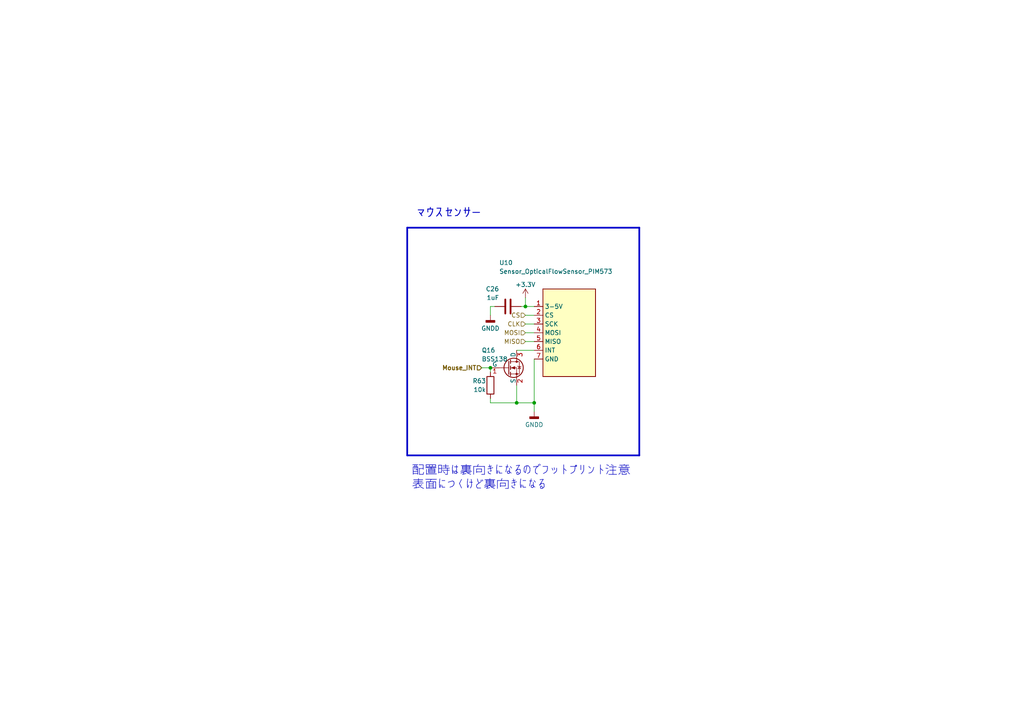
<source format=kicad_sch>
(kicad_sch (version 20230121) (generator eeschema)
  (paper "A4")
  (lib_symbols
    (symbol "Device:C" (pin_numbers hide) (pin_names (offset 0.254))
      (property "Reference" "C" (at 0.635 2.54 0))
      (property "Value" "C" (at 0.635 -2.54 0))
      (symbol "C_0_1"
        (polyline (pts (xy -2.032 -0.762) (xy 2.032 -0.762)) (stroke (width 0.508)))
        (polyline (pts (xy -2.032 0.762) (xy 2.032 0.762)) (stroke (width 0.508)))
      )
      (symbol "C_1_1"
        (pin passive line (at 0 3.81 270) (length 2.794) (name "~") (number "1"))
        (pin passive line (at 0 -3.81 90) (length 2.794) (name "~") (number "2"))
      )
    )
    (symbol "Device:R" (pin_numbers hide) (pin_names (offset 0))
      (property "Reference" "R" (at 2.032 0 90))
      (property "Value" "R" (at 0 0 90))
      (symbol "R_0_1"
        (rectangle (start -1.016 -2.54) (end 1.016 2.54) (stroke (width 0.254)))
      )
      (symbol "R_1_1"
        (pin passive line (at 0 3.81 270) (length 1.27) (name "~") (number "1"))
        (pin passive line (at 0 -3.81 90) (length 1.27) (name "~") (number "2"))
      )
    )
    (symbol "MyLibrary:Sensor_OpticalFlowSensor_PIM453"
      (property "Reference" "U10" (at -22.86 17.78 0))
      (property "Value" "Sensor_OpticalFlowSensor_PIM573" (at -22.86 15.24 0))
      (symbol "Sensor_OpticalFlowSensor_PIM453_0_1"
        (rectangle (start -10.16 10.16) (end 5.08 -15.24) (stroke (width 0.254)) (fill (type background)))
      )
      (symbol "Sensor_OpticalFlowSensor_PIM453_1_1"
        (pin bidirectional line (at -12.7 5.08 0) (length 2.54) (name "3-5V") (number "1"))
        (pin bidirectional line (at -12.7 2.54 0) (length 2.54) (name "CS") (number "2"))
        (pin bidirectional line (at -12.7 0 0) (length 2.54) (name "SCK") (number "3"))
        (pin bidirectional line (at -12.7 -2.54 0) (length 2.54) (name "MOSI") (number "4"))
        (pin bidirectional line (at -12.7 -5.08 0) (length 2.54) (name "MISO") (number "5"))
        (pin bidirectional line (at -12.7 -7.62 0) (length 2.54) (name "INT") (number "6"))
        (pin bidirectional line (at -12.7 -10.16 0) (length 2.54) (name "GND") (number "7"))
      )
    )
    (symbol "Q_NMOS_GSD_1" (pin_names (offset 0))
      (property "Reference" "Q" (at 5.08 1.27 0))
      (property "Value" "Q_NMOS_GSD_1" (at 5.08 -1.27 0))
      (symbol "Q_NMOS_GSD_1_0_1"
        (polyline (pts (xy 0.254 0) (xy -2.54 0)))
        (polyline (pts (xy 0.254 1.905) (xy 0.254 -1.905)) (stroke (width 0.254)))
        (polyline (pts (xy 0.762 -1.27) (xy 0.762 -2.286)) (stroke (width 0.254)))
        (polyline (pts (xy 0.762 0.508) (xy 0.762 -0.508)) (stroke (width 0.254)))
        (polyline (pts (xy 0.762 2.286) (xy 0.762 1.27)) (stroke (width 0.254)))
        (polyline (pts (xy 2.54 2.54) (xy 2.54 1.778)))
        (polyline (pts (xy 2.54 -2.54) (xy 2.54 0) (xy 0.762 0)))
        (polyline (pts (xy 0.762 -1.778) (xy 3.302 -1.778) (xy 3.302 1.778) (xy 0.762 1.778)))
        (polyline (pts (xy 1.016 0) (xy 2.032 0.381) (xy 2.032 -0.381) (xy 1.016 0)) (fill (type outline)))
        (polyline (pts (xy 2.794 0.508) (xy 2.921 0.381) (xy 3.683 0.381) (xy 3.81 0.254)))
        (polyline (pts (xy 3.302 0.381) (xy 2.921 -0.254) (xy 3.683 -0.254) (xy 3.302 0.381)))
        (circle (center 1.651 0) (radius 2.794) (stroke (width 0.254)))
        (circle (center 2.54 -1.778) (radius 0.254) (fill (type outline)))
        (circle (center 2.54 1.778) (radius 0.254) (fill (type outline)))
      )
      (symbol "Q_NMOS_GSD_1_1_1"
        (pin input line (at -5.08 0 0) (length 2.54) (name "G") (number "1"))
        (pin passive line (at 2.54 -5.08 90) (length 2.54) (name "S") (number "2"))
        (pin passive line (at 2.54 5.08 270) (length 2.54) (name "D") (number "3"))
      )
    )
    (symbol "power:+3.3V" (power) (pin_names (offset 0))
      (property "Value" "+3.3V" (at 0 3.556 0))
      (symbol "+3.3V_0_1"
        (polyline (pts (xy -0.762 1.27) (xy 0 2.54)))
        (polyline (pts (xy 0 0) (xy 0 2.54)))
        (polyline (pts (xy 0 2.54) (xy 0.762 1.27)))
      )
      (symbol "+3.3V_1_1"
        (pin power_in line (at 0 0 90) (length 0) hide (name "+3.3V") (number "1"))
      )
    )
    (symbol "power:GNDD" (power) (pin_names (offset 0))
      (property "Value" "GNDD" (at 0 -3.175 0))
      (symbol "GNDD_0_1"
        (rectangle (start -1.27 -1.524) (end 1.27 -2.032) (stroke (width 0.254)) (fill (type outline)))
        (polyline (pts (xy 0 0) (xy 0 -1.524)))
      )
      (symbol "GNDD_1_1"
        (pin power_in line (at 0 0 270) (length 0) hide (name "GNDD") (number "1"))
      )
    )
  )
  (junction (at 142.24 106.68))
  (junction (at 154.94 116.84))
  (junction (at 152.4 88.9))
  (junction (at 149.86 116.84))
  (wire (pts (xy 154.94 104.14) (xy 154.94 116.84)))
  (wire (pts (xy 154.94 116.84) (xy 154.94 119.38)))
  (wire (pts (xy 149.86 116.84) (xy 154.94 116.84)))
  (wire (pts (xy 142.24 88.9) (xy 142.24 91.44)))
  (wire (pts (xy 149.86 111.76) (xy 149.86 116.84)))
  (polyline (pts (xy 118.11 66.04) (xy 185.42 66.04)) (stroke (width 0.5)))
  (polyline (pts (xy 118.11 132.08) (xy 118.11 66.04)) (stroke (width 0.5)))
  (wire (pts (xy 149.86 116.84) (xy 142.24 116.84)))
  (wire (pts (xy 152.4 88.9) (xy 154.94 88.9)))
  (wire (pts (xy 152.4 86.36) (xy 152.4 88.9)))
  (polyline (pts (xy 185.42 66.04) (xy 185.42 132.08)) (stroke (width 0.5)))
  (wire (pts (xy 149.86 101.6) (xy 154.94 101.6)))
  (wire (pts (xy 152.4 91.44) (xy 154.94 91.44)))
  (wire (pts (xy 152.4 96.52) (xy 154.94 96.52)))
  (wire (pts (xy 152.4 88.9) (xy 151.13 88.9)))
  (wire (pts (xy 143.51 88.9) (xy 142.24 88.9)))
  (polyline (pts (xy 185.42 132.08) (xy 118.11 132.08)) (stroke (width 0.5)))
  (wire (pts (xy 142.24 116.84) (xy 142.24 115.57)))
  (wire (pts (xy 142.24 106.68) (xy 142.24 107.95)))
  (wire (pts (xy 152.4 93.98) (xy 154.94 93.98)))
  (wire (pts (xy 139.7 106.68) (xy 142.24 106.68)))
  (wire (pts (xy 152.4 99.06) (xy 154.94 99.06)))
  (text "マウスセンサー" (at 120.65 63.5 0) (effects (font (size 2.54 2.54) (thickness 0.254) bold) (justify left bottom)))
  (text "配置時は裏向きになるのでフットプリント注意\n表面につくけど裏向きになる" (at 119.38 142.24 0) (effects (font (size 2.54 2.54)) (justify left bottom)))
  (hierarchical_label "Mouse_INT" (shape input) (at 139.7 106.68 180) (effects (font bold)))
  (hierarchical_label "MISO" (shape input) (at 152.4 99.06 180))
  (hierarchical_label "CS" (shape input) (at 152.4 91.44 180))
  (hierarchical_label "CLK" (shape input) (at 152.4 93.98 180))
  (hierarchical_label "MOSI" (shape input) (at 152.4 96.52 180))
  (symbol (lib_id "Device:R") (at 142.24 111.76 0) (mirror y) (unit 1)
    (property "Reference" "R63" (at 140.97 110.49 0) (effects (justify left)))
    (property "Value" "10k" (at 140.97 113.03 0) (effects (justify left)))
    (property "Footprint" "Resistor_SMD:R_0402_1005Metric" (effects hide))
  )
  (symbol (lib_name "Q_NMOS_GSD_1") (lib_id "Device:Q_NMOS_GSD") (at 147.32 106.68 0) (unit 1)
    (property "Reference" "Q16" (at 139.7 101.6 0) (effects (justify left)))
    (property "Value" "BSS138" (at 139.7 104.14 0) (effects (justify left)))
    (property "Footprint" "Package_TO_SOT_SMD:SOT-23" (effects hide))
  )
  (symbol (lib_id "power:GNDD") (at 154.94 119.38 0) (unit 1)
    (property "Reference" "#PWR0137" (effects hide))
    (property "Value" "GNDD" (at 154.94 123.19 0))
    (instances (project "Main" (path "" (reference "#PWR0137") (unit 1))) (project "Drive" (path "" (reference "#PWR0107") (unit 1))))
  )
  (symbol (lib_id "power:+3.3V") (at 152.4 86.36 0) (unit 1)
    (property "Reference" "#PWR0111" (effects hide))
    (property "Value" "+3.3V" (at 152.4 82.55 0))
    (instances (project "Main" (path "" (reference "#PWR0111") (unit 1))) (project "Drive" (path "" (reference "#PWR0106") (unit 1))))
  )
  (symbol (lib_id "power:GNDD") (at 142.24 91.44 0) (mirror y) (unit 1)
    (property "Reference" "#PWR0138" (effects hide))
    (property "Value" "GNDD" (at 142.24 95.25 0))
    (instances (project "Main" (path "" (reference "#PWR0138") (unit 1))) (project "Drive" (path "" (reference "#PWR0105") (unit 1))))
  )
  (symbol (lib_id "Device:C") (at 147.32 88.9 90) (unit 1)
    (property "Reference" "C26" (at 144.78 83.82 90) (effects (justify left)))
    (property "Value" "1uF" (at 144.78 86.36 90) (effects (justify left)))
    (property "Footprint" "Capacitor_SMD:C_0402_1005Metric" (effects hide))
    (instances (project "Main" (path "" (reference "C26") (unit 1))) (project "Drive" (path "" (reference "C34") (unit 1))))
  )
  (symbol (lib_id "MyLibrary:Sensor_OpticalFlowSensor_PIM453") (at 167.64 93.98 0) (unit 1)
    (property "Reference" "U10" (at 144.78 76.2 0) (effects (justify left)))
    (property "Value" "Sensor_OpticalFlowSensor_PIM573" (at 144.78 78.74 0) (effects (justify left)))
    (property "Footprint" "MyLibrary:Sensor_OpticalFlowSensor_PIM453" (effects hide))
    (property "Datasheet" "https://ams.com/documents/20143/36005/AS5045B_DS000397_2-00.pdf" (effects hide))
  )
)
</source>
